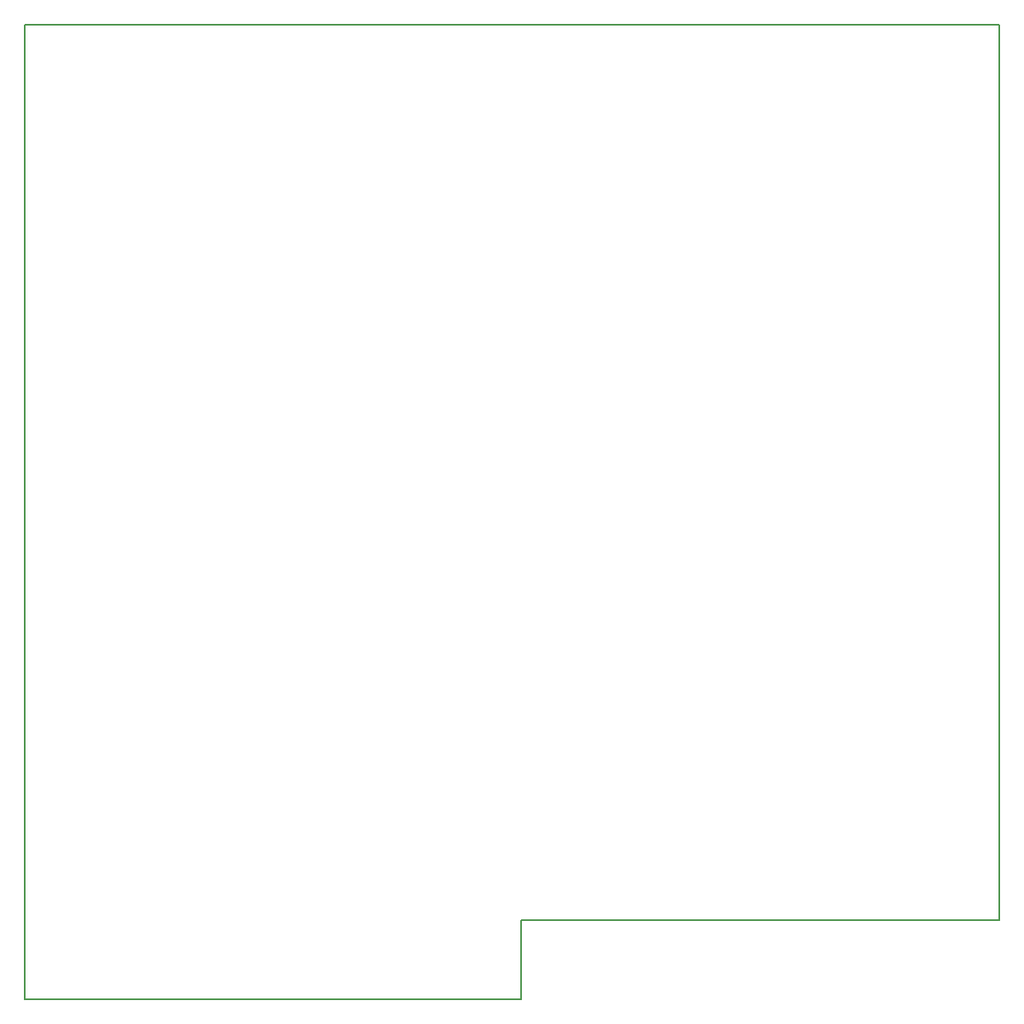
<source format=gbr>
G04 #@! TF.FileFunction,Profile,NP*
%FSLAX46Y46*%
G04 Gerber Fmt 4.6, Leading zero omitted, Abs format (unit mm)*
G04 Created by KiCad (PCBNEW 4.0.7-e2-6376~61~ubuntu18.04.1) date Mon Aug 19 20:20:04 2019*
%MOMM*%
%LPD*%
G01*
G04 APERTURE LIST*
%ADD10C,0.100000*%
%ADD11C,0.150000*%
G04 APERTURE END LIST*
D10*
D11*
X92392500Y-107315000D02*
X141440000Y-107315000D01*
X92392500Y-115405000D02*
X92392500Y-107315000D01*
X41440000Y-15405000D02*
X141440000Y-15405000D01*
X141440000Y-15405000D02*
X141440000Y-107315000D01*
X41440000Y-115405000D02*
X92392500Y-115405000D01*
X41440000Y-15405000D02*
X41440000Y-115405000D01*
M02*

</source>
